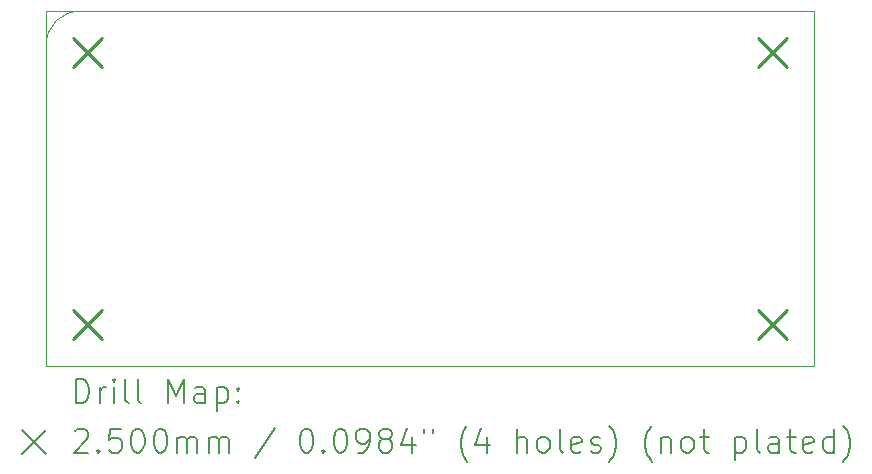
<source format=gbr>
%FSLAX45Y45*%
G04 Gerber Fmt 4.5, Leading zero omitted, Abs format (unit mm)*
G04 Created by KiCad (PCBNEW (6.0.4)) date 2022-04-01 13:14:08*
%MOMM*%
%LPD*%
G01*
G04 APERTURE LIST*
%TA.AperFunction,Profile*%
%ADD10C,0.100000*%
%TD*%
%TA.AperFunction,Profile*%
%ADD11C,0.050000*%
%TD*%
%ADD12C,0.200000*%
%ADD13C,0.250000*%
G04 APERTURE END LIST*
D10*
X15059520Y-5146040D02*
X15059520Y-2146040D01*
D11*
X15362634Y-2145238D02*
G75*
G03*
X15061299Y-2439810I-21644J-279272D01*
G01*
D10*
X21559520Y-5146040D02*
X15059520Y-5146040D01*
X21559520Y-5146040D02*
X15059520Y-5146040D01*
X15059520Y-2146040D02*
X21559520Y-2146040D01*
D11*
X15059520Y-2146040D02*
X21559520Y-2146040D01*
X21559520Y-2146040D02*
X21559520Y-5146040D01*
X21559520Y-5146040D02*
X15059520Y-5146040D01*
X15059520Y-5146040D02*
X15059520Y-2146040D01*
D10*
X21559520Y-2146040D02*
X21559520Y-5146040D01*
X21559520Y-2146040D02*
X21559520Y-5146040D01*
X15059520Y-5146040D02*
X15059520Y-2146040D01*
X15059520Y-2146040D02*
X21559520Y-2146040D01*
D12*
D13*
X15284520Y-2371040D02*
X15534520Y-2621040D01*
X15534520Y-2371040D02*
X15284520Y-2621040D01*
X15284520Y-4671040D02*
X15534520Y-4921040D01*
X15534520Y-4671040D02*
X15284520Y-4921040D01*
X21084520Y-2371040D02*
X21334520Y-2621040D01*
X21334520Y-2371040D02*
X21084520Y-2621040D01*
X21084520Y-4671040D02*
X21334520Y-4921040D01*
X21334520Y-4671040D02*
X21084520Y-4921040D01*
D12*
X15312139Y-5461516D02*
X15312139Y-5261516D01*
X15359758Y-5261516D01*
X15388329Y-5271040D01*
X15407377Y-5290088D01*
X15416901Y-5309135D01*
X15426425Y-5347230D01*
X15426425Y-5375802D01*
X15416901Y-5413897D01*
X15407377Y-5432945D01*
X15388329Y-5451992D01*
X15359758Y-5461516D01*
X15312139Y-5461516D01*
X15512139Y-5461516D02*
X15512139Y-5328183D01*
X15512139Y-5366278D02*
X15521663Y-5347230D01*
X15531187Y-5337707D01*
X15550234Y-5328183D01*
X15569282Y-5328183D01*
X15635948Y-5461516D02*
X15635948Y-5328183D01*
X15635948Y-5261516D02*
X15626425Y-5271040D01*
X15635948Y-5280564D01*
X15645472Y-5271040D01*
X15635948Y-5261516D01*
X15635948Y-5280564D01*
X15759758Y-5461516D02*
X15740710Y-5451992D01*
X15731187Y-5432945D01*
X15731187Y-5261516D01*
X15864520Y-5461516D02*
X15845472Y-5451992D01*
X15835948Y-5432945D01*
X15835948Y-5261516D01*
X16093091Y-5461516D02*
X16093091Y-5261516D01*
X16159758Y-5404373D01*
X16226425Y-5261516D01*
X16226425Y-5461516D01*
X16407377Y-5461516D02*
X16407377Y-5356754D01*
X16397853Y-5337707D01*
X16378806Y-5328183D01*
X16340710Y-5328183D01*
X16321663Y-5337707D01*
X16407377Y-5451992D02*
X16388329Y-5461516D01*
X16340710Y-5461516D01*
X16321663Y-5451992D01*
X16312139Y-5432945D01*
X16312139Y-5413897D01*
X16321663Y-5394850D01*
X16340710Y-5385326D01*
X16388329Y-5385326D01*
X16407377Y-5375802D01*
X16502615Y-5328183D02*
X16502615Y-5528183D01*
X16502615Y-5337707D02*
X16521663Y-5328183D01*
X16559758Y-5328183D01*
X16578806Y-5337707D01*
X16588329Y-5347230D01*
X16597853Y-5366278D01*
X16597853Y-5423421D01*
X16588329Y-5442469D01*
X16578806Y-5451992D01*
X16559758Y-5461516D01*
X16521663Y-5461516D01*
X16502615Y-5451992D01*
X16683568Y-5442469D02*
X16693091Y-5451992D01*
X16683568Y-5461516D01*
X16674044Y-5451992D01*
X16683568Y-5442469D01*
X16683568Y-5461516D01*
X16683568Y-5337707D02*
X16693091Y-5347230D01*
X16683568Y-5356754D01*
X16674044Y-5347230D01*
X16683568Y-5337707D01*
X16683568Y-5356754D01*
X14854520Y-5691040D02*
X15054520Y-5891040D01*
X15054520Y-5691040D02*
X14854520Y-5891040D01*
X15302615Y-5700564D02*
X15312139Y-5691040D01*
X15331187Y-5681516D01*
X15378806Y-5681516D01*
X15397853Y-5691040D01*
X15407377Y-5700564D01*
X15416901Y-5719611D01*
X15416901Y-5738659D01*
X15407377Y-5767230D01*
X15293091Y-5881516D01*
X15416901Y-5881516D01*
X15502615Y-5862468D02*
X15512139Y-5871992D01*
X15502615Y-5881516D01*
X15493091Y-5871992D01*
X15502615Y-5862468D01*
X15502615Y-5881516D01*
X15693091Y-5681516D02*
X15597853Y-5681516D01*
X15588329Y-5776754D01*
X15597853Y-5767230D01*
X15616901Y-5757707D01*
X15664520Y-5757707D01*
X15683568Y-5767230D01*
X15693091Y-5776754D01*
X15702615Y-5795802D01*
X15702615Y-5843421D01*
X15693091Y-5862468D01*
X15683568Y-5871992D01*
X15664520Y-5881516D01*
X15616901Y-5881516D01*
X15597853Y-5871992D01*
X15588329Y-5862468D01*
X15826425Y-5681516D02*
X15845472Y-5681516D01*
X15864520Y-5691040D01*
X15874044Y-5700564D01*
X15883568Y-5719611D01*
X15893091Y-5757707D01*
X15893091Y-5805326D01*
X15883568Y-5843421D01*
X15874044Y-5862468D01*
X15864520Y-5871992D01*
X15845472Y-5881516D01*
X15826425Y-5881516D01*
X15807377Y-5871992D01*
X15797853Y-5862468D01*
X15788329Y-5843421D01*
X15778806Y-5805326D01*
X15778806Y-5757707D01*
X15788329Y-5719611D01*
X15797853Y-5700564D01*
X15807377Y-5691040D01*
X15826425Y-5681516D01*
X16016901Y-5681516D02*
X16035948Y-5681516D01*
X16054996Y-5691040D01*
X16064520Y-5700564D01*
X16074044Y-5719611D01*
X16083568Y-5757707D01*
X16083568Y-5805326D01*
X16074044Y-5843421D01*
X16064520Y-5862468D01*
X16054996Y-5871992D01*
X16035948Y-5881516D01*
X16016901Y-5881516D01*
X15997853Y-5871992D01*
X15988329Y-5862468D01*
X15978806Y-5843421D01*
X15969282Y-5805326D01*
X15969282Y-5757707D01*
X15978806Y-5719611D01*
X15988329Y-5700564D01*
X15997853Y-5691040D01*
X16016901Y-5681516D01*
X16169282Y-5881516D02*
X16169282Y-5748183D01*
X16169282Y-5767230D02*
X16178806Y-5757707D01*
X16197853Y-5748183D01*
X16226425Y-5748183D01*
X16245472Y-5757707D01*
X16254996Y-5776754D01*
X16254996Y-5881516D01*
X16254996Y-5776754D02*
X16264520Y-5757707D01*
X16283568Y-5748183D01*
X16312139Y-5748183D01*
X16331187Y-5757707D01*
X16340710Y-5776754D01*
X16340710Y-5881516D01*
X16435948Y-5881516D02*
X16435948Y-5748183D01*
X16435948Y-5767230D02*
X16445472Y-5757707D01*
X16464520Y-5748183D01*
X16493091Y-5748183D01*
X16512139Y-5757707D01*
X16521663Y-5776754D01*
X16521663Y-5881516D01*
X16521663Y-5776754D02*
X16531187Y-5757707D01*
X16550234Y-5748183D01*
X16578806Y-5748183D01*
X16597853Y-5757707D01*
X16607377Y-5776754D01*
X16607377Y-5881516D01*
X16997853Y-5671992D02*
X16826425Y-5929135D01*
X17254996Y-5681516D02*
X17274044Y-5681516D01*
X17293091Y-5691040D01*
X17302615Y-5700564D01*
X17312139Y-5719611D01*
X17321663Y-5757707D01*
X17321663Y-5805326D01*
X17312139Y-5843421D01*
X17302615Y-5862468D01*
X17293091Y-5871992D01*
X17274044Y-5881516D01*
X17254996Y-5881516D01*
X17235949Y-5871992D01*
X17226425Y-5862468D01*
X17216901Y-5843421D01*
X17207377Y-5805326D01*
X17207377Y-5757707D01*
X17216901Y-5719611D01*
X17226425Y-5700564D01*
X17235949Y-5691040D01*
X17254996Y-5681516D01*
X17407377Y-5862468D02*
X17416901Y-5871992D01*
X17407377Y-5881516D01*
X17397853Y-5871992D01*
X17407377Y-5862468D01*
X17407377Y-5881516D01*
X17540710Y-5681516D02*
X17559758Y-5681516D01*
X17578806Y-5691040D01*
X17588330Y-5700564D01*
X17597853Y-5719611D01*
X17607377Y-5757707D01*
X17607377Y-5805326D01*
X17597853Y-5843421D01*
X17588330Y-5862468D01*
X17578806Y-5871992D01*
X17559758Y-5881516D01*
X17540710Y-5881516D01*
X17521663Y-5871992D01*
X17512139Y-5862468D01*
X17502615Y-5843421D01*
X17493091Y-5805326D01*
X17493091Y-5757707D01*
X17502615Y-5719611D01*
X17512139Y-5700564D01*
X17521663Y-5691040D01*
X17540710Y-5681516D01*
X17702615Y-5881516D02*
X17740710Y-5881516D01*
X17759758Y-5871992D01*
X17769282Y-5862468D01*
X17788330Y-5833897D01*
X17797853Y-5795802D01*
X17797853Y-5719611D01*
X17788330Y-5700564D01*
X17778806Y-5691040D01*
X17759758Y-5681516D01*
X17721663Y-5681516D01*
X17702615Y-5691040D01*
X17693091Y-5700564D01*
X17683568Y-5719611D01*
X17683568Y-5767230D01*
X17693091Y-5786278D01*
X17702615Y-5795802D01*
X17721663Y-5805326D01*
X17759758Y-5805326D01*
X17778806Y-5795802D01*
X17788330Y-5786278D01*
X17797853Y-5767230D01*
X17912139Y-5767230D02*
X17893091Y-5757707D01*
X17883568Y-5748183D01*
X17874044Y-5729135D01*
X17874044Y-5719611D01*
X17883568Y-5700564D01*
X17893091Y-5691040D01*
X17912139Y-5681516D01*
X17950234Y-5681516D01*
X17969282Y-5691040D01*
X17978806Y-5700564D01*
X17988330Y-5719611D01*
X17988330Y-5729135D01*
X17978806Y-5748183D01*
X17969282Y-5757707D01*
X17950234Y-5767230D01*
X17912139Y-5767230D01*
X17893091Y-5776754D01*
X17883568Y-5786278D01*
X17874044Y-5805326D01*
X17874044Y-5843421D01*
X17883568Y-5862468D01*
X17893091Y-5871992D01*
X17912139Y-5881516D01*
X17950234Y-5881516D01*
X17969282Y-5871992D01*
X17978806Y-5862468D01*
X17988330Y-5843421D01*
X17988330Y-5805326D01*
X17978806Y-5786278D01*
X17969282Y-5776754D01*
X17950234Y-5767230D01*
X18159758Y-5748183D02*
X18159758Y-5881516D01*
X18112139Y-5671992D02*
X18064520Y-5814849D01*
X18188330Y-5814849D01*
X18254996Y-5681516D02*
X18254996Y-5719611D01*
X18331187Y-5681516D02*
X18331187Y-5719611D01*
X18626425Y-5957707D02*
X18616901Y-5948183D01*
X18597853Y-5919611D01*
X18588330Y-5900564D01*
X18578806Y-5871992D01*
X18569282Y-5824373D01*
X18569282Y-5786278D01*
X18578806Y-5738659D01*
X18588330Y-5710088D01*
X18597853Y-5691040D01*
X18616901Y-5662468D01*
X18626425Y-5652945D01*
X18788330Y-5748183D02*
X18788330Y-5881516D01*
X18740710Y-5671992D02*
X18693091Y-5814849D01*
X18816901Y-5814849D01*
X19045472Y-5881516D02*
X19045472Y-5681516D01*
X19131187Y-5881516D02*
X19131187Y-5776754D01*
X19121663Y-5757707D01*
X19102615Y-5748183D01*
X19074044Y-5748183D01*
X19054996Y-5757707D01*
X19045472Y-5767230D01*
X19254996Y-5881516D02*
X19235949Y-5871992D01*
X19226425Y-5862468D01*
X19216901Y-5843421D01*
X19216901Y-5786278D01*
X19226425Y-5767230D01*
X19235949Y-5757707D01*
X19254996Y-5748183D01*
X19283568Y-5748183D01*
X19302615Y-5757707D01*
X19312139Y-5767230D01*
X19321663Y-5786278D01*
X19321663Y-5843421D01*
X19312139Y-5862468D01*
X19302615Y-5871992D01*
X19283568Y-5881516D01*
X19254996Y-5881516D01*
X19435949Y-5881516D02*
X19416901Y-5871992D01*
X19407377Y-5852945D01*
X19407377Y-5681516D01*
X19588330Y-5871992D02*
X19569282Y-5881516D01*
X19531187Y-5881516D01*
X19512139Y-5871992D01*
X19502615Y-5852945D01*
X19502615Y-5776754D01*
X19512139Y-5757707D01*
X19531187Y-5748183D01*
X19569282Y-5748183D01*
X19588330Y-5757707D01*
X19597853Y-5776754D01*
X19597853Y-5795802D01*
X19502615Y-5814849D01*
X19674044Y-5871992D02*
X19693091Y-5881516D01*
X19731187Y-5881516D01*
X19750234Y-5871992D01*
X19759758Y-5852945D01*
X19759758Y-5843421D01*
X19750234Y-5824373D01*
X19731187Y-5814849D01*
X19702615Y-5814849D01*
X19683568Y-5805326D01*
X19674044Y-5786278D01*
X19674044Y-5776754D01*
X19683568Y-5757707D01*
X19702615Y-5748183D01*
X19731187Y-5748183D01*
X19750234Y-5757707D01*
X19826425Y-5957707D02*
X19835949Y-5948183D01*
X19854996Y-5919611D01*
X19864520Y-5900564D01*
X19874044Y-5871992D01*
X19883568Y-5824373D01*
X19883568Y-5786278D01*
X19874044Y-5738659D01*
X19864520Y-5710088D01*
X19854996Y-5691040D01*
X19835949Y-5662468D01*
X19826425Y-5652945D01*
X20188330Y-5957707D02*
X20178806Y-5948183D01*
X20159758Y-5919611D01*
X20150234Y-5900564D01*
X20140710Y-5871992D01*
X20131187Y-5824373D01*
X20131187Y-5786278D01*
X20140710Y-5738659D01*
X20150234Y-5710088D01*
X20159758Y-5691040D01*
X20178806Y-5662468D01*
X20188330Y-5652945D01*
X20264520Y-5748183D02*
X20264520Y-5881516D01*
X20264520Y-5767230D02*
X20274044Y-5757707D01*
X20293091Y-5748183D01*
X20321663Y-5748183D01*
X20340710Y-5757707D01*
X20350234Y-5776754D01*
X20350234Y-5881516D01*
X20474044Y-5881516D02*
X20454996Y-5871992D01*
X20445472Y-5862468D01*
X20435949Y-5843421D01*
X20435949Y-5786278D01*
X20445472Y-5767230D01*
X20454996Y-5757707D01*
X20474044Y-5748183D01*
X20502615Y-5748183D01*
X20521663Y-5757707D01*
X20531187Y-5767230D01*
X20540710Y-5786278D01*
X20540710Y-5843421D01*
X20531187Y-5862468D01*
X20521663Y-5871992D01*
X20502615Y-5881516D01*
X20474044Y-5881516D01*
X20597853Y-5748183D02*
X20674044Y-5748183D01*
X20626425Y-5681516D02*
X20626425Y-5852945D01*
X20635949Y-5871992D01*
X20654996Y-5881516D01*
X20674044Y-5881516D01*
X20893091Y-5748183D02*
X20893091Y-5948183D01*
X20893091Y-5757707D02*
X20912139Y-5748183D01*
X20950234Y-5748183D01*
X20969282Y-5757707D01*
X20978806Y-5767230D01*
X20988330Y-5786278D01*
X20988330Y-5843421D01*
X20978806Y-5862468D01*
X20969282Y-5871992D01*
X20950234Y-5881516D01*
X20912139Y-5881516D01*
X20893091Y-5871992D01*
X21102615Y-5881516D02*
X21083568Y-5871992D01*
X21074044Y-5852945D01*
X21074044Y-5681516D01*
X21264520Y-5881516D02*
X21264520Y-5776754D01*
X21254996Y-5757707D01*
X21235949Y-5748183D01*
X21197853Y-5748183D01*
X21178806Y-5757707D01*
X21264520Y-5871992D02*
X21245472Y-5881516D01*
X21197853Y-5881516D01*
X21178806Y-5871992D01*
X21169282Y-5852945D01*
X21169282Y-5833897D01*
X21178806Y-5814849D01*
X21197853Y-5805326D01*
X21245472Y-5805326D01*
X21264520Y-5795802D01*
X21331187Y-5748183D02*
X21407377Y-5748183D01*
X21359758Y-5681516D02*
X21359758Y-5852945D01*
X21369282Y-5871992D01*
X21388330Y-5881516D01*
X21407377Y-5881516D01*
X21550234Y-5871992D02*
X21531187Y-5881516D01*
X21493091Y-5881516D01*
X21474044Y-5871992D01*
X21464520Y-5852945D01*
X21464520Y-5776754D01*
X21474044Y-5757707D01*
X21493091Y-5748183D01*
X21531187Y-5748183D01*
X21550234Y-5757707D01*
X21559758Y-5776754D01*
X21559758Y-5795802D01*
X21464520Y-5814849D01*
X21731187Y-5881516D02*
X21731187Y-5681516D01*
X21731187Y-5871992D02*
X21712139Y-5881516D01*
X21674044Y-5881516D01*
X21654996Y-5871992D01*
X21645472Y-5862468D01*
X21635949Y-5843421D01*
X21635949Y-5786278D01*
X21645472Y-5767230D01*
X21654996Y-5757707D01*
X21674044Y-5748183D01*
X21712139Y-5748183D01*
X21731187Y-5757707D01*
X21807377Y-5957707D02*
X21816901Y-5948183D01*
X21835949Y-5919611D01*
X21845472Y-5900564D01*
X21854996Y-5871992D01*
X21864520Y-5824373D01*
X21864520Y-5786278D01*
X21854996Y-5738659D01*
X21845472Y-5710088D01*
X21835949Y-5691040D01*
X21816901Y-5662468D01*
X21807377Y-5652945D01*
M02*

</source>
